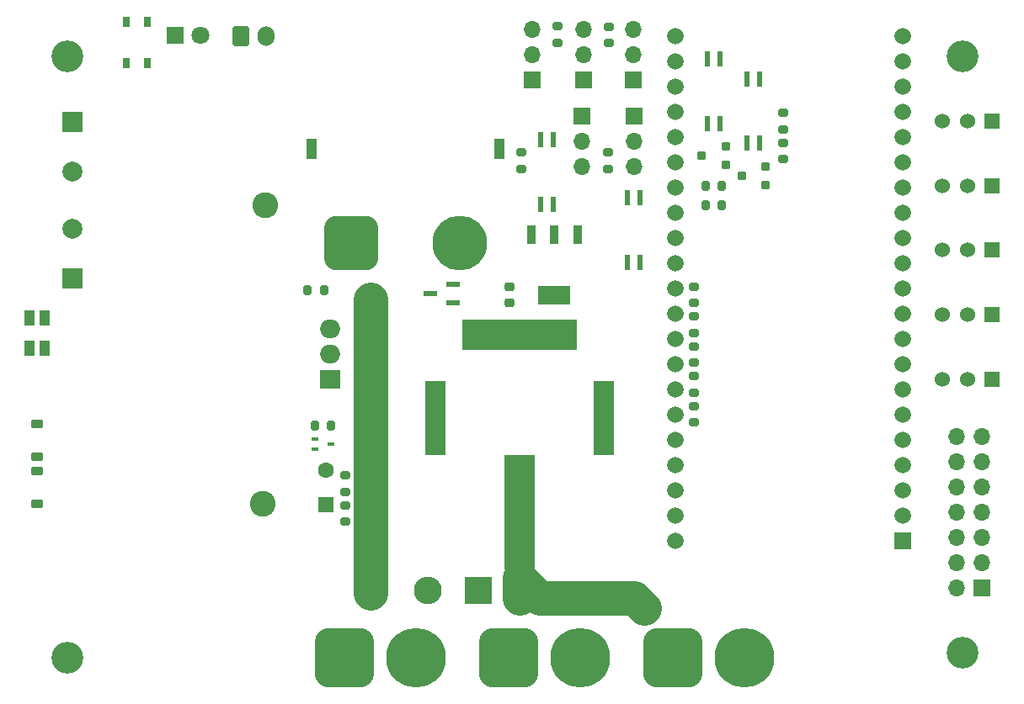
<source format=gbr>
%TF.GenerationSoftware,KiCad,Pcbnew,8.0.4*%
%TF.CreationDate,2024-09-03T11:52:29+09:00*%
%TF.ProjectId,chibarobo_board_2024,63686962-6172-46f6-926f-5f626f617264,rev?*%
%TF.SameCoordinates,Original*%
%TF.FileFunction,Soldermask,Top*%
%TF.FilePolarity,Negative*%
%FSLAX46Y46*%
G04 Gerber Fmt 4.6, Leading zero omitted, Abs format (unit mm)*
G04 Created by KiCad (PCBNEW 8.0.4) date 2024-09-03 11:52:29*
%MOMM*%
%LPD*%
G01*
G04 APERTURE LIST*
G04 Aperture macros list*
%AMRoundRect*
0 Rectangle with rounded corners*
0 $1 Rounding radius*
0 $2 $3 $4 $5 $6 $7 $8 $9 X,Y pos of 4 corners*
0 Add a 4 corners polygon primitive as box body*
4,1,4,$2,$3,$4,$5,$6,$7,$8,$9,$2,$3,0*
0 Add four circle primitives for the rounded corners*
1,1,$1+$1,$2,$3*
1,1,$1+$1,$4,$5*
1,1,$1+$1,$6,$7*
1,1,$1+$1,$8,$9*
0 Add four rect primitives between the rounded corners*
20,1,$1+$1,$2,$3,$4,$5,0*
20,1,$1+$1,$4,$5,$6,$7,0*
20,1,$1+$1,$6,$7,$8,$9,0*
20,1,$1+$1,$8,$9,$2,$3,0*%
%AMFreePoly0*
4,1,5,1.500000,-5.750000,-1.500000,-5.750000,-1.500000,5.750000,1.500000,5.750000,1.500000,-5.750000,1.500000,-5.750000,$1*%
%AMFreePoly1*
4,1,5,1.000000,-3.750000,-1.000000,-3.750000,-1.000000,3.750000,1.000000,3.750000,1.000000,-3.750000,1.000000,-3.750000,$1*%
G04 Aperture macros list end*
%ADD10C,3.500000*%
%ADD11C,0.100000*%
%ADD12RoundRect,0.225000X0.375000X-0.225000X0.375000X0.225000X-0.375000X0.225000X-0.375000X-0.225000X0*%
%ADD13RoundRect,0.200000X0.250000X0.200000X-0.250000X0.200000X-0.250000X-0.200000X0.250000X-0.200000X0*%
%ADD14RoundRect,0.200000X-0.275000X0.200000X-0.275000X-0.200000X0.275000X-0.200000X0.275000X0.200000X0*%
%ADD15R,1.000000X2.000000*%
%ADD16RoundRect,1.375000X-1.375000X-1.375000X1.375000X-1.375000X1.375000X1.375000X-1.375000X1.375000X0*%
%ADD17C,5.500000*%
%ADD18R,1.524000X1.524000*%
%ADD19C,1.524000*%
%ADD20R,2.000000X2.000000*%
%ADD21C,2.000000*%
%ADD22RoundRect,0.200000X0.275000X-0.200000X0.275000X0.200000X-0.275000X0.200000X-0.275000X-0.200000X0*%
%ADD23R,1.700000X1.700000*%
%ADD24O,1.700000X1.700000*%
%ADD25FreePoly0,180.000000*%
%ADD26FreePoly1,180.000000*%
%ADD27FreePoly0,270.000000*%
%ADD28R,1.100000X1.500000*%
%ADD29RoundRect,0.137500X0.137500X-0.662500X0.137500X0.662500X-0.137500X0.662500X-0.137500X-0.662500X0*%
%ADD30RoundRect,0.137500X-0.137500X0.662500X-0.137500X-0.662500X0.137500X-0.662500X0.137500X0.662500X0*%
%ADD31RoundRect,0.200000X-0.200000X-0.275000X0.200000X-0.275000X0.200000X0.275000X-0.200000X0.275000X0*%
%ADD32R,0.800000X0.400000*%
%ADD33RoundRect,0.250000X-0.600000X-0.750000X0.600000X-0.750000X0.600000X0.750000X-0.600000X0.750000X0*%
%ADD34O,1.700000X2.000000*%
%ADD35C,3.200000*%
%ADD36RoundRect,1.500000X-1.500000X-1.500000X1.500000X-1.500000X1.500000X1.500000X-1.500000X1.500000X0*%
%ADD37C,6.000000*%
%ADD38R,2.800000X2.800000*%
%ADD39O,2.800000X2.800000*%
%ADD40C,2.600000*%
%ADD41RoundRect,0.225000X-0.250000X0.225000X-0.250000X-0.225000X0.250000X-0.225000X0.250000X0.225000X0*%
%ADD42R,0.950000X1.900000*%
%ADD43R,3.250000X1.900000*%
%ADD44R,0.650000X1.050000*%
%ADD45RoundRect,0.200000X0.200000X0.275000X-0.200000X0.275000X-0.200000X-0.275000X0.200000X-0.275000X0*%
%ADD46R,1.450000X0.600000*%
%ADD47R,1.665000X1.665000*%
%ADD48C,1.665000*%
%ADD49R,2.000000X1.905000*%
%ADD50O,2.000000X1.905000*%
%ADD51R,1.800000X1.800000*%
%ADD52C,1.800000*%
%ADD53R,1.600000X1.600000*%
%ADD54C,1.600000*%
G04 APERTURE END LIST*
D10*
X135500000Y-79500000D02*
X135500000Y-109000000D01*
X152500000Y-109500000D02*
X162000000Y-109500000D01*
X162000000Y-109500000D02*
X163000000Y-110500000D01*
X150500000Y-107500000D02*
X152500000Y-109500000D01*
D11*
X135500000Y-109000000D02*
X135500000Y-109500000D01*
D10*
X150500000Y-107500000D02*
X150500000Y-109500000D01*
D12*
%TO.C,D3*%
X102000000Y-100000000D03*
X102000000Y-96700000D03*
%TD*%
D13*
%TO.C,Q4*%
X171200000Y-65950000D03*
X171200000Y-64050000D03*
X168800000Y-65000000D03*
%TD*%
D14*
%TO.C,R22*%
X159380110Y-64675000D03*
X159380110Y-66325000D03*
%TD*%
D15*
%TO.C,J15*%
X129550000Y-64350000D03*
X148450000Y-64350000D03*
D16*
X133550000Y-73750000D03*
D17*
X144450000Y-73750000D03*
%TD*%
D18*
%TO.C,J10*%
X198000000Y-68000000D03*
D19*
X195500000Y-68000000D03*
X193000000Y-68000000D03*
%TD*%
D20*
%TO.C,C5*%
X105500000Y-77367677D03*
D21*
X105500000Y-72367677D03*
%TD*%
D22*
%TO.C,R5*%
X133000000Y-98825000D03*
X133000000Y-97175000D03*
%TD*%
D18*
%TO.C,J14*%
X198000000Y-87500000D03*
D19*
X195500000Y-87500000D03*
X193000000Y-87500000D03*
%TD*%
D23*
%TO.C,J1*%
X197000000Y-108483788D03*
D24*
X194460000Y-108483788D03*
X197000000Y-105943788D03*
X194460000Y-105943788D03*
X197000000Y-103403788D03*
X194460000Y-103403788D03*
X197000000Y-100863788D03*
X194460000Y-100863788D03*
X197000000Y-98323788D03*
X194460000Y-98323788D03*
X197000000Y-95783788D03*
X194460000Y-95783788D03*
X197000000Y-93243788D03*
X194460000Y-93243788D03*
%TD*%
D18*
%TO.C,J13*%
X198000000Y-81000000D03*
D19*
X195500000Y-81000000D03*
X193000000Y-81000000D03*
%TD*%
D25*
%TO.C,K1*%
X150500000Y-100900000D03*
D26*
X142050000Y-91400000D03*
X158950000Y-91400000D03*
D27*
X150500000Y-83000000D03*
%TD*%
D28*
%TO.C,D2*%
X102750000Y-81350000D03*
X102750000Y-84350000D03*
X101250000Y-84350000D03*
X101250000Y-81350000D03*
%TD*%
D29*
%TO.C,U6*%
X152627632Y-69885143D03*
X153897632Y-69885143D03*
X153897632Y-63385143D03*
X152627632Y-63385143D03*
%TD*%
D30*
%TO.C,U5*%
X162635000Y-69250000D03*
X161365000Y-69250000D03*
X161365000Y-75750000D03*
X162635000Y-75750000D03*
%TD*%
D31*
%TO.C,R8*%
X129898893Y-92180854D03*
X131548893Y-92180854D03*
%TD*%
D22*
%TO.C,R16*%
X159448085Y-53659604D03*
X159448085Y-52009604D03*
%TD*%
D32*
%TO.C,Q1*%
X129900000Y-93500000D03*
X129900000Y-94500000D03*
X131500000Y-94000000D03*
%TD*%
D33*
%TO.C,J16*%
X122500000Y-53000000D03*
D34*
X125000000Y-53000000D03*
%TD*%
D23*
%TO.C,J2*%
X161948959Y-57363564D03*
D24*
X161948959Y-54823564D03*
X161948959Y-52283564D03*
%TD*%
D35*
%TO.C,H3*%
X105000000Y-115500000D03*
%TD*%
D23*
%TO.C,J4*%
X151768554Y-57385064D03*
D24*
X151768554Y-54845064D03*
X151768554Y-52305064D03*
%TD*%
D35*
%TO.C,H2*%
X195000000Y-55000000D03*
%TD*%
D20*
%TO.C,C4*%
X105500000Y-61632323D03*
D21*
X105500000Y-66632323D03*
%TD*%
D36*
%TO.C,J9*%
X149400000Y-115500000D03*
D37*
X156600000Y-115500000D03*
%TD*%
D18*
%TO.C,J12*%
X198000000Y-74500000D03*
D19*
X195500000Y-74500000D03*
X193000000Y-74500000D03*
%TD*%
D38*
%TO.C,D10*%
X146319950Y-108748157D03*
D39*
X141239950Y-108748157D03*
%TD*%
D36*
%TO.C,J11*%
X132900000Y-115500000D03*
D37*
X140100000Y-115500000D03*
%TD*%
D23*
%TO.C,J6*%
X156776836Y-61000178D03*
D24*
X156776836Y-63540178D03*
X156776836Y-66080178D03*
%TD*%
D31*
%TO.C,R17*%
X169175000Y-70000000D03*
X170825000Y-70000000D03*
%TD*%
D40*
%TO.C,HS1*%
X124687500Y-100000000D03*
X124887500Y-70000000D03*
%TD*%
D14*
%TO.C,R18*%
X177000000Y-63675000D03*
X177000000Y-65325000D03*
%TD*%
D31*
%TO.C,R14*%
X169175000Y-68000000D03*
X170825000Y-68000000D03*
%TD*%
D12*
%TO.C,D1*%
X102000000Y-95300000D03*
X102000000Y-92000000D03*
%TD*%
D14*
%TO.C,R28*%
X168000000Y-81175000D03*
X168000000Y-82825000D03*
%TD*%
D23*
%TO.C,J5*%
X162000000Y-61000000D03*
D24*
X162000000Y-63540000D03*
X162000000Y-66080000D03*
%TD*%
D41*
%TO.C,C19*%
X149500000Y-78225000D03*
X149500000Y-79775000D03*
%TD*%
D42*
%TO.C,Q15*%
X156300000Y-72950000D03*
X154000000Y-72950000D03*
X151700000Y-72950000D03*
D43*
X154000000Y-79050000D03*
%TD*%
D44*
%TO.C,S1*%
X113076483Y-51527024D03*
X113076483Y-55677024D03*
X110926483Y-51527024D03*
X110926483Y-55677024D03*
%TD*%
D14*
%TO.C,R30*%
X168000000Y-84175000D03*
X168000000Y-85825000D03*
%TD*%
%TO.C,R32*%
X168000000Y-87175000D03*
X168000000Y-88825000D03*
%TD*%
%TO.C,R26*%
X168000000Y-78175000D03*
X168000000Y-79825000D03*
%TD*%
D29*
%TO.C,U4*%
X173365000Y-63750000D03*
X174635000Y-63750000D03*
X174635000Y-57250000D03*
X173365000Y-57250000D03*
%TD*%
D45*
%TO.C,R37*%
X130825000Y-78500000D03*
X129175000Y-78500000D03*
%TD*%
D14*
%TO.C,R34*%
X168000000Y-90175000D03*
X168000000Y-91825000D03*
%TD*%
%TO.C,R25*%
X150693174Y-64675000D03*
X150693174Y-66325000D03*
%TD*%
D46*
%TO.C,Q13*%
X143836443Y-79814947D03*
X143836443Y-77914947D03*
X141536443Y-78864947D03*
%TD*%
D47*
%TO.C,IC1*%
X189000000Y-103800000D03*
D48*
X189000000Y-101260000D03*
X189000000Y-98720000D03*
X189000000Y-96180000D03*
X189000000Y-93640000D03*
X189000000Y-91100000D03*
X189000000Y-88560000D03*
X189000000Y-86020000D03*
X189000000Y-83480000D03*
X189000000Y-80940000D03*
X189000000Y-78400000D03*
X189000000Y-75860000D03*
X189000000Y-73320000D03*
X189000000Y-70780000D03*
X189000000Y-68240000D03*
X189000000Y-65700000D03*
X189000000Y-63160000D03*
X189000000Y-60620000D03*
X189000000Y-58080000D03*
X189000000Y-55540000D03*
X189000000Y-53000000D03*
X166140000Y-103800000D03*
X166140000Y-101260000D03*
X166140000Y-98720000D03*
X166140000Y-96180000D03*
X166140000Y-93640000D03*
X166140000Y-91100000D03*
X166140000Y-88560000D03*
X166140000Y-86020000D03*
X166140000Y-83480000D03*
X166140000Y-80940000D03*
X166140000Y-78400000D03*
X166140000Y-75860000D03*
X166140000Y-73320000D03*
X166140000Y-70780000D03*
X166140000Y-68240000D03*
X166140000Y-65700000D03*
X166140000Y-63160000D03*
X166140000Y-60620000D03*
X166140000Y-58080000D03*
X166140000Y-55540000D03*
X166140000Y-53000000D03*
%TD*%
D18*
%TO.C,J8*%
X198000000Y-61500000D03*
D19*
X195500000Y-61500000D03*
X193000000Y-61500000D03*
%TD*%
D29*
%TO.C,U3*%
X169365000Y-61750000D03*
X170635000Y-61750000D03*
X170635000Y-55250000D03*
X169365000Y-55250000D03*
%TD*%
D35*
%TO.C,H4*%
X195000000Y-115000000D03*
%TD*%
D49*
%TO.C,Q2*%
X131445000Y-87540000D03*
D50*
X131445000Y-85000000D03*
X131445000Y-82460000D03*
%TD*%
D36*
%TO.C,J7*%
X165900000Y-115500000D03*
D37*
X173100000Y-115500000D03*
%TD*%
D22*
%TO.C,R4*%
X133000000Y-101825000D03*
X133000000Y-100175000D03*
%TD*%
D13*
%TO.C,Q5*%
X175200000Y-67950000D03*
X175200000Y-66050000D03*
X172800000Y-67000000D03*
%TD*%
D22*
%TO.C,R15*%
X177000000Y-62325000D03*
X177000000Y-60675000D03*
%TD*%
D35*
%TO.C,H1*%
X105000000Y-55000000D03*
%TD*%
D23*
%TO.C,J3*%
X156911870Y-57369899D03*
D24*
X156911870Y-54829899D03*
X156911870Y-52289899D03*
%TD*%
D51*
%TO.C,D5*%
X115828498Y-52898960D03*
D52*
X118368498Y-52898960D03*
%TD*%
D22*
%TO.C,R19*%
X154338238Y-53633808D03*
X154338238Y-51983808D03*
%TD*%
D53*
%TO.C,C8*%
X131000000Y-100152651D03*
D54*
X131000000Y-96652651D03*
%TD*%
M02*

</source>
